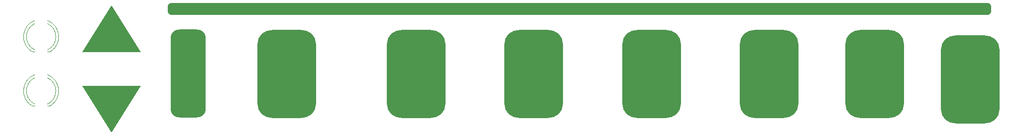
<source format=gto>
G04 #@! TF.GenerationSoftware,KiCad,Pcbnew,8.0.7*
G04 #@! TF.CreationDate,2025-07-25T20:29:57-04:00*
G04 #@! TF.ProjectId,Robin_v2_2,526f6269-6e5f-4763-925f-322e6b696361,rev?*
G04 #@! TF.SameCoordinates,Original*
G04 #@! TF.FileFunction,Legend,Top*
G04 #@! TF.FilePolarity,Positive*
%FSLAX46Y46*%
G04 Gerber Fmt 4.6, Leading zero omitted, Abs format (unit mm)*
G04 Created by KiCad (PCBNEW 8.0.7) date 2025-07-25 20:29:57*
%MOMM*%
%LPD*%
G01*
G04 APERTURE LIST*
G04 Aperture macros list*
%AMRoundRect*
0 Rectangle with rounded corners*
0 $1 Rounding radius*
0 $2 $3 $4 $5 $6 $7 $8 $9 X,Y pos of 4 corners*
0 Add a 4 corners polygon primitive as box body*
4,1,4,$2,$3,$4,$5,$6,$7,$8,$9,$2,$3,0*
0 Add four circle primitives for the rounded corners*
1,1,$1+$1,$2,$3*
1,1,$1+$1,$4,$5*
1,1,$1+$1,$6,$7*
1,1,$1+$1,$8,$9*
0 Add four rect primitives between the rounded corners*
20,1,$1+$1,$2,$3,$4,$5,0*
20,1,$1+$1,$4,$5,$6,$7,0*
20,1,$1+$1,$6,$7,$8,$9,0*
20,1,$1+$1,$8,$9,$2,$3,0*%
%AMOutline4P*
0 Free polygon, 4 corners , with rotation*
0 The origin of the aperture is its center*
0 number of corners: always 4*
0 $1 to $8 corner X, Y*
0 $9 Rotation angle, in degrees counterclockwise*
0 create outline with 4 corners*
4,1,4,$1,$2,$3,$4,$5,$6,$7,$8,$1,$2,$9*%
G04 Aperture macros list end*
%ADD10C,0.120000*%
%ADD11RoundRect,2.500000X2.500000X-5.000000X2.500000X5.000000X-2.500000X5.000000X-2.500000X-5.000000X0*%
%ADD12Outline4P,-5.000000X-4.000000X5.000000X-4.000000X0.000000X4.000000X0.000000X4.000000X0.000000*%
%ADD13Outline4P,-5.000000X-4.000000X5.000000X-4.000000X0.000000X4.000000X0.000000X4.000000X180.000000*%
%ADD14RoundRect,1.500000X1.500000X-6.000000X1.500000X6.000000X-1.500000X6.000000X-1.500000X-6.000000X0*%
%ADD15RoundRect,0.500000X-69.500000X-0.500000X69.500000X-0.500000X69.500000X0.500000X-69.500000X0.500000X0*%
G04 APERTURE END LIST*
D10*
X37455000Y-94321500D02*
X37920000Y-94321500D01*
X40080000Y-94321500D02*
X40545000Y-94321500D01*
X37455170Y-94321500D02*
G75*
G02*
X37919173Y-88973685I1544830J2560000D01*
G01*
X37920000Y-94016184D02*
G75*
G02*
X37919571Y-89507021I1080000J2254684D01*
G01*
X40080429Y-89507021D02*
G75*
G02*
X40080000Y-94016184I-1080429J-2254479D01*
G01*
X40080827Y-88973685D02*
G75*
G02*
X40544830Y-94321500I-1080827J-2787815D01*
G01*
X37455000Y-103561500D02*
X37920000Y-103561500D01*
X40080000Y-103561500D02*
X40545000Y-103561500D01*
X37455170Y-103561500D02*
G75*
G02*
X37919173Y-98213685I1544830J2560000D01*
G01*
X37920000Y-103256184D02*
G75*
G02*
X37919571Y-98747021I1080000J2254684D01*
G01*
X40080429Y-98747021D02*
G75*
G02*
X40080000Y-103256184I-1080429J-2254479D01*
G01*
X40080827Y-98213685D02*
G75*
G02*
X40544830Y-103561500I-1080827J-2787815D01*
G01*
D11*
X122793423Y-98078000D03*
D12*
X51000000Y-90424000D03*
D11*
X80793423Y-98078000D03*
D13*
X51000000Y-104140000D03*
D11*
X142793423Y-98078000D03*
D14*
X64000000Y-98000000D03*
D11*
X102793423Y-98078000D03*
X180793423Y-98078000D03*
X197000000Y-99000000D03*
D15*
X130556000Y-87000000D03*
D11*
X162793423Y-98078000D03*
M02*

</source>
